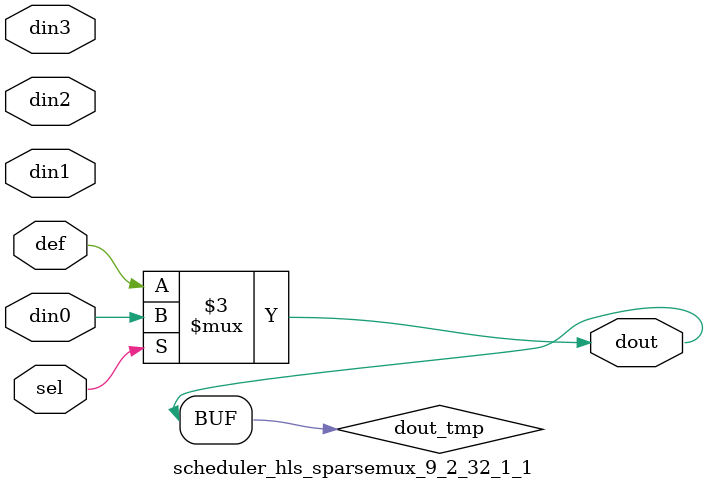
<source format=v>
`timescale 1ns / 1ps

module scheduler_hls_sparsemux_9_2_32_1_1 (din0,din1,din2,din3,def,sel,dout);

parameter din0_WIDTH = 1;

parameter din1_WIDTH = 1;

parameter din2_WIDTH = 1;

parameter din3_WIDTH = 1;

parameter def_WIDTH = 1;
parameter sel_WIDTH = 1;
parameter dout_WIDTH = 1;

parameter [sel_WIDTH-1:0] CASE0 = 1;

parameter [sel_WIDTH-1:0] CASE1 = 1;

parameter [sel_WIDTH-1:0] CASE2 = 1;

parameter [sel_WIDTH-1:0] CASE3 = 1;

parameter ID = 1;
parameter NUM_STAGE = 1;



input [din0_WIDTH-1:0] din0;

input [din1_WIDTH-1:0] din1;

input [din2_WIDTH-1:0] din2;

input [din3_WIDTH-1:0] din3;

input [def_WIDTH-1:0] def;
input [sel_WIDTH-1:0] sel;

output [dout_WIDTH-1:0] dout;



reg [dout_WIDTH-1:0] dout_tmp;


always @ (*) begin
(* parallel_case *) case (sel)
    
    CASE0 : dout_tmp = din0;
    
    CASE1 : dout_tmp = din1;
    
    CASE2 : dout_tmp = din2;
    
    CASE3 : dout_tmp = din3;
    
    default : dout_tmp = def;
endcase
end


assign dout = dout_tmp;



endmodule

</source>
